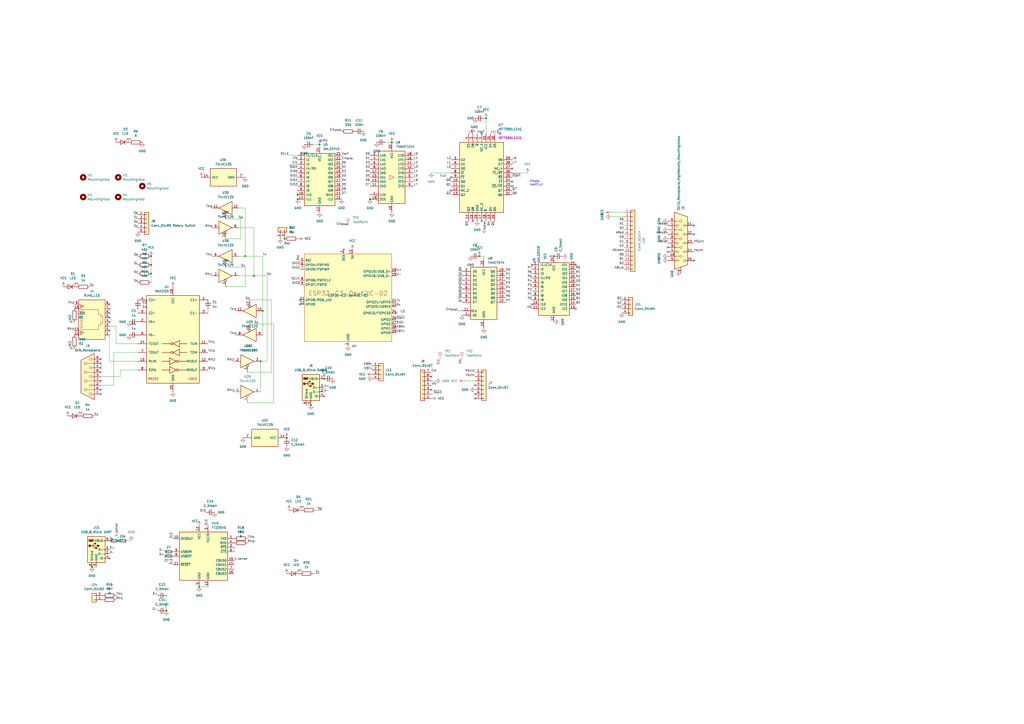
<source format=kicad_sch>
(kicad_sch (version 20230121) (generator eeschema)
  (paper "A2")
  (junction (at 166.37 254))
  (junction (at 152.4 180.34))
  (junction (at 278.13 148.59))
  (junction (at 115.57 340.36))
  (junction (at 87.63 158.75))
  (junction (at 187.96 219.71))
  (junction (at 180.34 234.95))
  (junction (at 53.34 328.93))
  (junction (at 281.94 68.58))
  (junction (at 87.63 148.59))
  (junction (at 68.58 313.69))
  (junction (at 321.31 148.59))
  (junction (at 172.72 115.57))
  (junction (at 214.63 115.57))
  (junction (at 147.32 160.02))
  (junction (at 96.52 354.33))
  (junction (at 172.72 113.03))
  (junction (at 142.24 148.59))
  (junction (at 151.13 209.55))
  (junction (at 87.63 153.67))
  (junction (at 165.1 138.43))
  (junction (at 185.42 83.82))
  (junction (at 227.33 82.55))
  (no_connect (at 58.42 226.06))
  (no_connect (at 334.01 153.67))
  (no_connect (at 58.42 228.6))
  (no_connect (at 334.01 179.07))
  (no_connect (at 63.5 181.61))
  (no_connect (at 63.5 186.69))
  (no_connect (at 275.59 231.14))
  (no_connect (at 275.59 228.6))
  (no_connect (at 402.59 135.89))
  (no_connect (at 63.5 191.77))
  (no_connect (at 63.5 184.15))
  (no_connect (at 58.42 215.9))
  (no_connect (at 387.35 143.51))
  (no_connect (at 297.18 105.41))
  (no_connect (at 173.99 176.53))
  (no_connect (at 279.4 77.47))
  (no_connect (at 279.4 128.27))
  (no_connect (at 58.42 210.82))
  (no_connect (at 274.32 128.27))
  (no_connect (at 261.62 102.87))
  (no_connect (at 199.39 144.78))
  (no_connect (at 250.19 226.06))
  (no_connect (at 58.42 213.36))
  (no_connect (at 297.18 97.79))
  (no_connect (at 187.96 229.87))
  (no_connect (at 261.62 110.49))
  (no_connect (at 402.59 151.13))
  (no_connect (at 387.35 146.05))
  (no_connect (at 63.5 179.07))
  (no_connect (at 58.42 220.98))
  (no_connect (at 275.59 223.52))
  (no_connect (at 173.99 173.99))
  (no_connect (at 63.5 176.53))
  (no_connect (at 308.61 176.53))
  (no_connect (at 297.18 107.95))
  (no_connect (at 250.19 218.44))
  (no_connect (at 63.5 323.85))
  (no_connect (at 308.61 153.67))
  (no_connect (at 58.42 208.28))
  (no_connect (at 229.87 181.61))
  (no_connect (at 402.59 130.81))
  (wire (pts (xy 130.81 127) (xy 139.7 127)))
  (wire (pts (xy 139.7 138.43) (xy 130.81 138.43)))
  (wire (pts (xy 297.18 100.33) (xy 306.07 100.33)))
  (wire (pts (xy 147.32 160.02) (xy 147.32 132.08)))
  (wire (pts (xy 80.01 209.55) (xy 63.5 209.55)))
  (wire (pts (xy 67.31 189.23) (xy 63.5 189.23)))
  (wire (pts (xy 115.57 340.36) (xy 120.65 340.36)))
  (wire (pts (xy 280.67 148.59) (xy 280.67 149.86)))
  (wire (pts (xy 250.19 100.33) (xy 261.62 100.33)))
  (wire (pts (xy 69.85 214.63) (xy 69.85 218.44)))
  (wire (pts (xy 158.75 233.68) (xy 158.75 187.96)))
  (wire (pts (xy 142.24 120.65) (xy 138.43 120.65)))
  (wire (pts (xy 181.61 83.82) (xy 185.42 83.82)))
  (wire (pts (xy 154.94 209.55) (xy 154.94 160.02)))
  (wire (pts (xy 223.52 82.55) (xy 227.33 82.55)))
  (wire (pts (xy 172.72 113.03) (xy 172.72 115.57)))
  (wire (pts (xy 181.61 332.74) (xy 185.42 332.74)))
  (wire (pts (xy 265.43 180.34) (xy 267.97 180.34)))
  (wire (pts (xy 80.01 204.47) (xy 66.04 204.47)))
  (wire (pts (xy 67.31 199.39) (xy 67.31 189.23)))
  (wire (pts (xy 130.81 166.37) (xy 142.24 166.37)))
  (wire (pts (xy 53.34 328.93) (xy 55.88 328.93)))
  (wire (pts (xy 151.13 209.55) (xy 151.13 227.33)))
  (wire (pts (xy 138.43 148.59) (xy 142.24 148.59)))
  (wire (pts (xy 157.48 173.99) (xy 144.78 173.99)))
  (wire (pts (xy 154.94 160.02) (xy 147.32 160.02)))
  (wire (pts (xy 142.24 148.59) (xy 142.24 120.65)))
  (wire (pts (xy 172.72 110.49) (xy 172.72 113.03)))
  (wire (pts (xy 185.42 83.82) (xy 185.42 85.09)))
  (wire (pts (xy 157.48 215.9) (xy 157.48 173.99)))
  (wire (pts (xy 66.04 204.47) (xy 66.04 223.52)))
  (wire (pts (xy 96.52 345.44) (xy 96.52 354.33)))
  (wire (pts (xy 182.88 295.91) (xy 186.69 295.91)))
  (wire (pts (xy 80.01 179.07) (xy 80.01 181.61)))
  (wire (pts (xy 120.65 179.07) (xy 120.65 181.61)))
  (wire (pts (xy 87.63 148.59) (xy 87.63 153.67)))
  (wire (pts (xy 177.8 234.95) (xy 180.34 234.95)))
  (wire (pts (xy 63.5 209.55) (xy 63.5 194.31)))
  (wire (pts (xy 143.51 215.9) (xy 157.48 215.9)))
  (wire (pts (xy 66.04 223.52) (xy 58.42 223.52)))
  (wire (pts (xy 87.63 153.67) (xy 87.63 158.75)))
  (wire (pts (xy 250.19 228.6) (xy 251.46 228.6)))
  (wire (pts (xy 80.01 214.63) (xy 69.85 214.63)))
  (wire (pts (xy 139.7 127) (xy 139.7 138.43)))
  (wire (pts (xy 167.64 90.17) (xy 172.72 90.17)))
  (wire (pts (xy 158.75 187.96) (xy 144.78 187.96)))
  (wire (pts (xy 165.1 138.43) (xy 165.1 142.24)))
  (wire (pts (xy 152.4 180.34) (xy 152.4 148.59)))
  (wire (pts (xy 143.51 233.68) (xy 158.75 233.68)))
  (wire (pts (xy 68.58 311.15) (xy 68.58 313.69)))
  (wire (pts (xy 73.66 313.69) (xy 76.2 313.69)))
  (wire (pts (xy 147.32 132.08) (xy 138.43 132.08)))
  (wire (pts (xy 214.63 113.03) (xy 214.63 115.57)))
  (wire (pts (xy 151.13 209.55) (xy 154.94 209.55)))
  (wire (pts (xy 142.24 154.94) (xy 130.81 154.94)))
  (wire (pts (xy 135.89 317.5) (xy 135.89 320.04)))
  (wire (pts (xy 69.85 218.44) (xy 58.42 218.44)))
  (wire (pts (xy 281.94 68.58) (xy 281.94 77.47)))
  (wire (pts (xy 152.4 148.59) (xy 142.24 148.59)))
  (wire (pts (xy 87.63 158.75) (xy 87.63 163.83)))
  (wire (pts (xy 250.19 220.98) (xy 252.73 220.98)))
  (wire (pts (xy 280.67 68.58) (xy 281.94 68.58)))
  (wire (pts (xy 361.95 125.73) (xy 354.33 125.73)))
  (wire (pts (xy 138.43 160.02) (xy 147.32 160.02)))
  (wire (pts (xy 152.4 180.34) (xy 152.4 194.31)))
  (wire (pts (xy 80.01 199.39) (xy 67.31 199.39)))
  (wire (pts (xy 278.13 148.59) (xy 280.67 148.59)))
  (wire (pts (xy 269.24 220.98) (xy 275.59 220.98)))
  (wire (pts (xy 142.24 166.37) (xy 142.24 154.94)))
  (wire (pts (xy 361.95 123.19) (xy 354.33 123.19)))
  (text "CS" (at 232.41 181.61 0) (effects (font (size 1.27 1.27)) (justify left bottom)))
  (text "Empty\nHalfFull" (at 307.34 107.95 0) (effects (font (size 1.27 1.27)) (justify left bottom)))
  (text "SIPO" (at 185.42 82.55 0) (effects (font (size 1.27 1.27)) (justify left bottom)))
  (text "Full\n" (at 255.27 102.87 0) (effects (font (size 1.27 1.27)) (justify left bottom)))
  (label "B2" (at 334.01 176.53 0))
  (label "RXI_{2}" (at 43.18 191.77 180))
  (label "Q4" (at 284.48 128.27 270))
  (label "Clk" (at 255.27 208.28 270))
  (label "HSync" (at 275.59 215.9 180))
  (label "S_{2}" (at 52.07 166.37 0))
  (label "S_{0}" (at 138.43 127 0))
  (label "RXI_{3}" (at 135.89 227.33 180))
  (label "L3" (at 271.78 77.47 0))
  (label "TXI_{2}" (at 43.18 176.53 180))
  (label "ARed" (at 361.95 135.89 180))
  (label "Vis" (at 172.72 92.71 180))
  (label "L6" (at 240.03 105.41 0))
  (label "Clk" (at 250.19 215.9 0))
  (label "D2" (at 198.12 100.33 0))
  (label "U+" (at 229.87 157.48 0))
  (label "G1" (at 334.01 166.37 0))
  (label "D2" (at 214.63 95.25 180))
  (label "R1" (at 361.95 130.81 180))
  (label "P2" (at 308.61 168.91 180))
  (label "HSync" (at 402.59 140.97 0))
  (label "D1" (at 214.63 92.71 180))
  (label "TXI_{1}" (at 123.19 148.59 180))
  (label "TXI_{0}" (at 143.51 312.42 0))
  (label "ABlue" (at 387.35 140.97 180))
  (label "L3" (at 240.03 97.79 0))
  (label "3v3" (at 119.38 297.18 180))
  (label "TXI_{3}" (at 137.16 194.31 180))
  (label "Tx" (at 152.4 148.59 0))
  (label "RXI_{2}" (at 135.89 209.55 180))
  (label "L1" (at 240.03 92.71 0))
  (label "R2" (at 334.01 161.29 0))
  (label "D5" (at 198.12 107.95 0))
  (label "S_{1}" (at 80.01 127 180))
  (label "G0" (at 334.01 163.83 0))
  (label "Vis" (at 250.19 223.52 0))
  (label "D4" (at 214.63 100.33 180))
  (label "U+" (at 187.96 224.79 0))
  (label "Q6" (at 267.97 172.72 90))
  (label "B2" (at 361.95 153.67 180))
  (label "L4" (at 284.48 77.47 0))
  (label "Tx" (at 229.87 175.26 0))
  (label "D-" (at 63.5 321.31 0))
  (label "KBTx" (at 229.87 193.04 0))
  (label "RXI_{0}" (at 143.51 314.96 0))
  (label "R0" (at 361.95 128.27 180))
  (label "G2" (at 361.95 143.51 180))
  (label "S_{2}" (at 80.01 158.75 180))
  (label "B1" (at 361.95 151.13 180))
  (label "L4" (at 240.03 100.33 0))
  (label "Q5" (at 267.97 170.18 90))
  (label "SIO3" (at 172.72 107.95 180))
  (label "D7" (at 214.63 107.95 180))
  (label "P0" (at 308.61 173.99 180))
  (label "P1" (at 308.61 171.45 180))
  (label "S_{2}" (at 144.78 173.99 180))
  (label "3v3" (at 120.65 304.8 90))
  (label "P3" (at 308.61 166.37 180))
  (label "Rx" (at 154.94 160.02 0))
  (label "Clk_{pixel}" (at 281.94 128.27 270))
  (label "Q5" (at 287.02 128.27 270))
  (label "R0" (at 334.01 156.21 0))
  (label "AGreen" (at 361.95 146.05 180))
  (label "L1" (at 261.62 95.25 180))
  (label "R1" (at 334.01 158.75 0))
  (label "Q2" (at 261.62 113.03 180))
  (label "Vis" (at 267.97 208.28 270))
  (label "S_{0}" (at 80.01 148.59 180))
  (label "P7" (at 308.61 156.21 180))
  (label "SIO1" (at 172.72 102.87 180))
  (label "B2" (at 360.68 173.99 180))
  (label "SIO3" (at 173.99 153.67 180))
  (label "Clk_{pixel}" (at 201.93 130.81 180))
  (label "SCLK" (at 167.64 90.17 180))
  (label "TXI_{1}" (at 67.31 345.44 0))
  (label "S_{0}" (at 186.69 295.91 180))
  (label "Q3" (at 267.97 165.1 90))
  (label "Half" (at 198.12 90.17 0))
  (label "S_{0}" (at 80.01 124.46 180))
  (label "Q7" (at 267.97 175.26 90))
  (label "L7" (at 297.18 95.25 0))
  (label "SIO1" (at 229.87 187.96 0))
  (label "SIO2" (at 172.72 105.41 180))
  (label "D+" (at 95.25 322.58 180))
  (label "L2" (at 261.62 92.71 180))
  (label "V_sense" (at 135.89 325.12 0))
  (label "SIO0" (at 172.72 100.33 180))
  (label "B0" (at 361.95 148.59 180))
  (label "L0" (at 261.62 97.79 180))
  (label "U-" (at 229.87 160.02 0))
  (label "Vis" (at 308.61 179.07 180))
  (label "D0" (at 214.63 90.17 180))
  (label "R2" (at 361.95 133.35 180))
  (label "P4" (at 293.37 167.64 0))
  (label "D-" (at 91.44 354.33 180))
  (label "G2" (at 334.01 168.91 0))
  (label "L6" (at 297.18 92.71 0))
  (label "L7" (at 240.03 107.95 0))
  (label "~{Start}" (at 172.72 97.79 180))
  (label "S_{3}" (at 54.61 241.3 0))
  (label "P2" (at 293.37 162.56 0))
  (label "Vsync" (at 402.59 146.05 0))
  (label "Rst" (at 173.99 151.13 90))
  (label "S_{1}" (at 185.42 332.74 180))
  (label "D5" (at 214.63 102.87 180))
  (label "D-" (at 95.25 320.04 180))
  (label "RXI_{2}" (at 120.65 209.55 0))
  (label "SCLK" (at 173.99 162.56 180))
  (label "L0" (at 240.03 90.17 0))
  (label "ABlue" (at 361.95 156.21 180))
  (label "Q4" (at 267.97 167.64 90))
  (label "Half" (at 276.86 77.47 0))
  (label "Q1" (at 267.97 160.02 90))
  (label "S_{1}" (at 142.24 154.94 180))
  (label "P1" (at 293.37 160.02 0))
  (label "V_sense" (at 68.58 311.15 90))
  (label "Q2" (at 267.97 162.56 90))
  (label "D+" (at 91.44 345.44 180))
  (label "AGreen" (at 387.35 135.89 180))
  (label "L2" (at 240.03 95.25 0))
  (label "P6" (at 308.61 158.75 180))
  (label "B1" (at 334.01 173.99 0))
  (label "TXI_{2}" (at 120.65 199.39 0))
  (label "TXI_{0}" (at 123.19 120.65 180))
  (label "D1" (at 198.12 97.79 0))
  (label "Q1" (at 261.62 107.95 180))
  (label "Rx" (at 229.87 177.8 0))
  (label "3v3" (at 100.33 327.66 90))
  (label "Clk_{pixel}" (at 265.43 180.34 180))
  (label "P5" (at 293.37 170.18 0))
  (label "L5" (at 240.03 102.87 0))
  (label "KBTx" (at 215.9 214.63 180))
  (label "Rst" (at 165.1 142.24 0))
  (label "P3" (at 293.37 165.1 0))
  (label "D3" (at 198.12 102.87 0))
  (label "KBRx" (at 215.9 212.09 180))
  (label "~{Start}" (at 251.46 228.6 0))
  (label "P0" (at 293.37 157.48 0))
  (label "Q0" (at 261.62 105.41 180))
  (label "D6" (at 214.63 105.41 180))
  (label "Vsync" (at 275.59 218.44 180))
  (label "S_{1}" (at 80.01 153.67 180))
  (label "SIO2" (at 173.99 156.21 180))
  (label "P4" (at 308.61 163.83 180))
  (label "S_{3}" (at 80.01 132.08 180))
  (label "D7" (at 198.12 113.03 0))
  (label "Clk_{pixel}" (at 198.12 92.71 0))
  (label "D4" (at 198.12 105.41 0))
  (label "RXI_{1}" (at 67.31 347.98 0))
  (label "Q6" (at 297.18 113.03 0))
  (label "3v3" (at 100.33 312.42 90))
  (label "P7" (at 293.37 175.26 0))
  (label "S_{3}" (at 149.86 187.96 180))
  (label "L5" (at 287.02 77.47 0))
  (label "RXI_{1}" (at 123.19 160.02 180))
  (label "G1" (at 361.95 140.97 180))
  (label "P5" (at 308.61 161.29 180))
  (label "R2" (at 360.68 179.07 180))
  (label "SIO0" (at 173.99 165.1 180))
  (label "D+" (at 63.5 318.77 0))
  (label "D0" (at 198.12 95.25 0))
  (label "RXI_{3}" (at 120.65 214.63 0))
  (label "U-" (at 187.96 227.33 0))
  (label "TXI_{3}" (at 120.65 204.47 0))
  (label "TXI_{2}" (at 137.16 180.34 180))
  (label "S_{2}" (at 80.01 129.54 180))
  (label "B0" (at 334.01 171.45 0))
  (label "Q3" (at 271.78 128.27 270))
  (label "~{Start}" (at 229.87 185.42 0))
  (label "G0" (at 361.95 138.43 180))
  (label "G2" (at 360.68 176.53 180))
  (label "Q7" (at 297.18 110.49 0))
  (label "KBRx" (at 229.87 190.5 0))
  (label "S_{3}" (at 80.01 163.83 180))
  (label "ARed" (at 387.35 130.81 180))
  (label "Q0" (at 267.97 157.48 90))
  (label "Clk_{pixel}" (at 198.12 76.2 180))
  (label "D3" (at 214.63 97.79 180))
  (label "P6" (at 293.37 172.72 0))
  (label "D6" (at 198.12 110.49 0))
  (label "Clk" (at 172.72 95.25 180))
  (label "~{Start}" (at 297.18 102.87 0))
  (label "RXI_{0}" (at 123.19 132.08 180))
  (symbol (lib_id "Device:C_Small") (at 80.01 176.53 180) (unit 1)
    (property "Reference" "C2" (at 82.55 175.2536 0) (effects (justify right)))
    (property "Value" "1u" (at 82.55 177.7936 0) (effects (justify right)))
    (property "Footprint" "Capacitor_SMD:C_0805_2012Metric_Pad1.18x1.45mm_HandSolder" (effects hide))
  )
  (symbol (lib_id "74xx:74AHCT244") (at 227.33 102.87 0) (unit 1)
    (property "Reference" "U6" (at 229.5241 82.55 0) (effects (justify left)))
    (property "Value" "74AHCT244" (at 229.5241 85.09 0) (effects (justify left)))
    (property "Footprint" "Package_SO:TSSOP-20_4.4x6.5mm_P0.65mm" (effects hide))
    (property "Datasheet" "https://assets.nexperia.com/documents/data-sheet/74AHC_AHCT244.pdf" (effects hide))
    (property "Product" "https://www.mouser.com/ProductDetail/Toshiba/74VHCT244AFT?qs=j%252B1pi9TdxUZ3ko%252BkOnpcOg%3D%3D" (effects hide))
  )
  (symbol (lib_id "74xx:74LVC125") (at 144.78 180.34 180) (unit 4)
    (property "Reference" "U2" (at 144.78 186.69 0))
    (property "Value" "74LVC125" (at 144.78 189.23 0))
    (property "Footprint" "Package_SO:TSSOP-14_4.4x5mm_P0.65mm" (effects hide))
    (property "Datasheet" "http://www.ti.com/lit/gpn/sn74LVC125" (effects hide))
  )
  (symbol (lib_id "power:GND") (at 115.57 340.36 0) (mirror y) (unit 1)
    (property "Reference" "#PWR069" (effects hide))
    (property "Value" "GND" (at 115.57 345.44 0))
  )
  (symbol (lib_id "power:VCC") (at 166.37 254 0) (unit 1)
    (property "Reference" "#PWR033" (effects hide))
    (property "Value" "VCC" (at 166.37 248.92 0))
  )
  (symbol (lib_id "74xx:74LVC125") (at 129.54 102.87 90) (unit 5)
    (property "Reference" "U3" (at 129.54 92.71 90))
    (property "Value" "74LVC125" (at 129.54 95.25 90))
    (property "Footprint" "Package_SO:TSSOP-14_4.4x5mm_P0.65mm" (effects hide))
    (property "Datasheet" "http://www.ti.com/lit/gpn/sn74LVC125" (effects hide))
  )
  (symbol (lib_id "Device:R") (at 83.82 158.75 90) (unit 1)
    (property "Reference" "R9" (at 83.82 152.4 90))
    (property "Value" "40k" (at 83.82 154.94 90))
    (property "Footprint" "Resistor_SMD:R_0805_2012Metric_Pad1.20x1.40mm_HandSolder" (effects hide))
  )
  (symbol (lib_id "Device:R") (at 139.7 314.96 90) (unit 1)
    (property "Reference" "R19" (at 139.7 308.61 90))
    (property "Value" "R" (at 139.7 311.15 90))
    (property "Footprint" "Resistor_SMD:R_0805_2012Metric_Pad1.20x1.40mm_HandSolder" (effects hide))
  )
  (symbol (lib_id "Connector_Generic:Conn_01x04") (at 365.76 176.53 0) (unit 1)
    (property "Reference" "J11" (at 368.3 176.53 0) (effects (justify left)))
    (property "Value" "Conn_01x04" (at 368.3 179.07 0) (effects (justify left)))
    (property "Footprint" "Connector_Molex:Molex_PicoBlade_53261-0471_1x04-1MP_P1.25mm_Horizontal" (effects hide))
  )
  (symbol (lib_id "Device:R") (at 83.82 153.67 90) (unit 1)
    (property "Reference" "R8" (at 83.82 147.32 90))
    (property "Value" "40k" (at 83.82 149.86 90))
    (property "Footprint" "Resistor_SMD:R_0805_2012Metric_Pad1.20x1.40mm_HandSolder" (effects hide))
  )
  (symbol (lib_id "Device:C_Small") (at 93.98 354.33 90) (unit 1)
    (property "Reference" "C14" (at 93.9863 347.98 90))
    (property "Value" "C_Small" (at 93.9863 350.52 90))
    (property "Footprint" "Capacitor_SMD:C_0805_2012Metric_Pad1.18x1.45mm_HandSolder" (effects hide))
  )
  (symbol (lib_id "power:GND") (at 185.42 123.19 0) (unit 1)
    (property "Reference" "#PWR012" (effects hide))
    (property "Value" "GND" (at 185.42 128.27 0))
  )
  (symbol (lib_id "Device:R_Small") (at 71.12 313.69 90) (unit 1)
    (property "Reference" "R13" (at 71.12 313.69 90))
    (property "Value" "10k" (at 71.12 311.15 90))
    (property "Footprint" "Resistor_SMD:R_0805_2012Metric_Pad1.20x1.40mm_HandSolder" (effects hide))
  )
  (symbol (lib_id "power:VCC") (at 185.42 83.82 0) (unit 1)
    (property "Reference" "#PWR011" (effects hide))
    (property "Value" "VCC" (at 185.42 78.74 0))
  )
  (symbol (lib_id "Device:R") (at 179.07 295.91 90) (unit 1)
    (property "Reference" "R21" (at 179.07 289.56 90))
    (property "Value" "1k" (at 179.07 292.1 90))
    (property "Footprint" "Resistor_SMD:R_0805_2012Metric_Pad1.20x1.40mm_HandSolder" (effects hide))
  )
  (symbol (lib_id "74xx:74LVC125") (at 130.81 148.59 0) (mirror y) (unit 2)
    (property "Reference" "U3" (at 130.81 139.7 0))
    (property "Value" "74LVC125" (at 130.81 142.24 0))
    (property "Footprint" "Package_SO:TSSOP-14_4.4x5mm_P0.65mm" (effects hide))
    (property "Datasheet" "http://www.ti.com/lit/gpn/sn74LVC125" (effects hide))
  )
  (symbol (lib_id "power:VCC") (at 43.18 186.69 90) (unit 1)
    (property "Reference" "#PWR02" (effects hide))
    (property "Value" "VCC" (at 40.64 184.15 0))
  )
  (symbol (lib_id "Connector:TestPoint") (at 201.93 130.81 0) (unit 1)
    (property "Reference" "TP3" (at 204.47 126.238 0) (effects (justify left)))
    (property "Value" "TestPoint" (at 204.47 128.778 0) (effects (justify left)))
    (property "Footprint" "TestPoint:TestPoint_THTPad_1.5x1.5mm_Drill0.7mm" (effects hide))
  )
  (symbol (lib_id "power:GND") (at 140.97 254 0) (mirror y) (unit 1)
    (property "Reference" "#PWR032" (effects hide))
    (property "Value" "GND" (at 140.97 259.08 0))
  )
  (symbol (lib_id "Mechanical:MountingHole") (at 48.26 102.87 0) (unit 1)
    (property "Reference" "H1" (at 50.8 101.6 0) (effects (justify left)))
    (property "Value" "MountingHole" (at 50.8 104.14 0) (effects (justify left)))
    (property "Footprint" "MountingHole:MountingHole_2.2mm_M2_ISO7380" (effects hide))
  )
  (symbol (lib_id "Device:LED") (at 40.64 166.37 180) (unit 1)
    (property "Reference" "D1" (at 42.2275 158.75 0))
    (property "Value" "LED" (at 42.2275 161.29 0))
    (property "Footprint" "LED_THT:LED_D1.8mm_W1.8mm_H2.4mm_Horizontal_O1.27mm_Z1.6mm" (effects hide))
  )
  (symbol (lib_id "power:GND") (at 193.04 219.71 0) (unit 1)
    (property "Reference" "#PWR056" (effects hide))
    (property "Value" "GND" (at 193.04 224.79 0))
  )
  (symbol (lib_id "power:VCC") (at 166.37 332.74 0) (unit 1)
    (property "Reference" "#PWR071" (effects hide))
    (property "Value" "VCC" (at 166.37 327.66 0))
  )
  (symbol (lib_id "power:GND") (at 82.55 82.55 0) (unit 1)
    (property "Reference" "#PWR061" (effects hide))
    (property "Value" "GND" (at 82.55 87.63 0))
  )
  (symbol (lib_id "power:GND") (at 210.82 76.2 0) (unit 1)
    (property "Reference" "#PWR063" (effects hide))
    (property "Value" "GND" (at 210.82 81.28 0))
  )
  (symbol (lib_id "Device:C_Small") (at 166.37 256.54 0) (unit 1)
    (property "Reference" "C12" (at 168.91 255.2763 0) (effects (justify left)))
    (property "Value" "C_Small" (at 168.91 257.8163 0) (effects (justify left)))
    (property "Footprint" "Capacitor_SMD:C_0805_2012Metric_Pad1.18x1.45mm_HandSolder" (effects hide))
  )
  (symbol (lib_id "Device:R_Small") (at 97.79 320.04 90) (unit 1)
    (property "Reference" "R14" (at 97.79 320.04 90))
    (property "Value" "27" (at 97.79 317.5 90))
    (property "Footprint" "Resistor_SMD:R_0805_2012Metric_Pad1.20x1.40mm_HandSolder" (effects hide))
  )
  (symbol (lib_id "Device:R") (at 177.8 332.74 90) (unit 1)
    (property "Reference" "R20" (at 177.8 326.39 90))
    (property "Value" "1k" (at 177.8 328.93 90))
    (property "Footprint" "Resistor_SMD:R_0805_2012Metric_Pad1.20x1.40mm_HandSolder" (effects hide))
  )
  (symbol (lib_id "Connector_Generic:Conn_01x14") (at 367.03 138.43 0) (unit 1)
    (property "Reference" "J10" (at 373.38 139.7 90))
    (property "Value" "Conn_01x14" (at 370.84 139.7 90))
    (property "Footprint" "Connector_PinSocket_2.54mm:PinSocket_1x14_P2.54mm_Vertical_SMD_Pin1Left" (effects hide))
  )
  (symbol (lib_id "Device:R") (at 63.5 345.44 90) (unit 1)
    (property "Reference" "R16" (at 63.5 339.09 90))
    (property "Value" "R" (at 63.5 341.63 90))
    (property "Footprint" "Resistor_SMD:R_0805_2012Metric_Pad1.20x1.40mm_HandSolder" (effects hide))
  )
  (symbol (lib_id "power:VCC") (at 281.94 68.58 0) (unit 1)
    (property "Reference" "#PWR037" (effects hide))
    (property "Value" "VCC" (at 281.94 63.5 0))
  )
  (symbol (lib_id "power:VCC") (at 116.84 102.87 0) (unit 1)
    (property "Reference" "#PWR034" (effects hide))
    (property "Value" "VCC" (at 116.84 97.79 0))
  )
  (symbol (lib_id "Device:C_Small") (at 278.13 68.58 90) (unit 1)
    (property "Reference" "C7" (at 278.1363 62.23 90))
    (property "Value" "100nF" (at 278.1363 64.77 90))
    (property "Footprint" "Capacitor_SMD:C_0805_2012Metric_Pad1.18x1.45mm_HandSolder" (effects hide))
    (property "Product" "https://www.mouser.com/ProductDetail/Samsung-Electro-Mechanics/CL10B104KA85PNC?qs=xZ%2FP%252Ba9zWqabsWCtlKJ0Xw%3D%3D" (effects hide))
  )
  (symbol (lib_id "power:GND") (at 360.68 181.61 0) (unit 1)
    (property "Reference" "#PWR057" (effects hide))
    (property "Value" "GND" (at 360.68 186.69 0))
  )
  (symbol (lib_id "power:GND") (at 166.37 259.08 0) (unit 1)
    (property "Reference" "#PWR064" (effects hide))
    (property "Value" "GND" (at 166.37 264.16 0))
  )
  (symbol (lib_id "Connector:TestPoint") (at 255.27 208.28 0) (unit 1)
    (property "Reference" "TP1" (at 257.81 203.708 0) (effects (justify left)))
    (property "Value" "TestPoint" (at 257.81 206.248 0) (effects (justify left)))
    (property "Footprint" "TestPoint:TestPoint_THTPad_1.5x1.5mm_Drill0.7mm" (effects hide))
  )
  (symbol (lib_id "power:VCC") (at 204.47 144.78 0) (unit 1)
    (property "Reference" "#PWR07" (effects hide))
    (property "Value" "VCC" (at 204.47 139.7 0))
  )
  (symbol (lib_id "Connector_Generic:Conn_01x07") (at 280.67 223.52 0) (unit 1)
    (property "Reference" "J7" (at 283.21 222.25 0) (effects (justify left)))
    (property "Value" "Conn_01x07" (at 283.21 224.79 0) (effects (justify left)))
    (property "Footprint" "Connector_PinSocket_2.54mm:PinSocket_1x07_P2.54mm_Vertical" (effects hide))
  )
  (symbol (lib_id "74xx:74LVC125") (at 130.81 120.65 0) (mirror y) (unit 4)
    (property "Reference" "U3" (at 130.81 111.76 0))
    (property "Value" "74LVC125" (at 130.81 114.3 0))
    (property "Footprint" "Package_SO:TSSOP-14_4.4x5mm_P0.65mm" (effects hide))
    (property "Datasheet" "http://www.ti.com/lit/gpn/sn74LVC125" (effects hide))
  )
  (symbol (lib_id "Device:R") (at 78.74 82.55 90) (unit 1)
    (property "Reference" "R6" (at 78.74 76.2 90))
    (property "Value" "R" (at 78.74 78.74 90))
    (property "Footprint" "Resistor_SMD:R_0805_2012Metric_Pad1.20x1.40mm_HandSolder" (effects hide))
  )
  (symbol (lib_id "power:GND") (at 387.35 133.35 270) (unit 1)
    (property "Reference" "#PWR049" (effects hide))
    (property "Value" "GND" (at 382.27 133.35 0))
  )
  (symbol (lib_id "Mechanical:MountingHole") (at 68.58 114.3 0) (unit 1)
    (property "Reference" "H4" (at 71.12 113.03 0) (effects (justify left)))
    (property "Value" "MountingHole" (at 71.12 115.57 0) (effects (justify left)))
    (property "Footprint" "MountingHole:MountingHole_2.2mm_M2_ISO7380" (effects hide))
  )
  (symbol (lib_id "power:VCC") (at 167.64 295.91 0) (unit 1)
    (property "Reference" "#PWR072" (effects hide))
    (property "Value" "VCC" (at 167.64 290.83 0))
  )
  (symbol (lib_id "Device:R") (at 43.18 182.88 0) (mirror x) (unit 1)
    (property "Reference" "R1" (at 45.72 184.15 0) (effects (justify left)))
    (property "Value" "330" (at 45.72 181.61 0) (effects (justify left)))
    (property "Footprint" "Resistor_SMD:R_0805_2012Metric_Pad1.20x1.40mm_HandSolder" (effects hide))
  )
  (symbol (lib_id "power:VCC") (at 115.57 304.8 0) (mirror y) (unit 1)
    (property "Reference" "#PWR068" (effects hide))
    (property "Value" "VCC" (at 113.03 302.26 0))
  )
  (symbol (lib_id "Device:R") (at 83.82 148.59 90) (unit 1)
    (property "Reference" "R7" (at 83.82 142.24 90))
    (property "Value" "40k" (at 83.82 144.78 90))
    (property "Footprint" "Resistor_SMD:R_0805_2012Metric_Pad1.20x1.40mm_HandSolder" (effects hide))
  )
  (symbol (lib_id "Connector_Generic:Conn_01x04") (at 220.98 214.63 0) (unit 1)
    (property "Reference" "J13" (at 223.52 214.63 0) (effects (justify left)))
    (property "Value" "Conn_01x04" (at 223.52 217.17 0) (effects (justify left)))
    (property "Footprint" "Connector_Molex:Molex_PicoBlade_53261-0471_1x04-1MP_P1.25mm_Horizontal" (effects hide))
  )
  (symbol (lib_id "Device:C_Small") (at 323.85 148.59 90) (unit 1)
    (property "Reference" "C9" (at 322.5863 146.05 0) (effects (justify left)))
    (property "Value" "C_Small" (at 325.1263 146.05 0) (effects (justify left)))
    (property "Footprint" "Capacitor_SMD:C_0805_2012Metric_Pad1.18x1.45mm_HandSolder" (effects hide))
  )
  (symbol (lib_id "power:GND") (at 326.39 148.59 90) (unit 1)
    (property "Reference" "#PWR045" (effects hide))
    (property "Value" "GND" (at 331.47 148.59 0))
  )
  (symbol (lib_id "power:GND") (at 387.35 138.43 270) (unit 1)
    (property "Reference" "#PWR050" (effects hide))
    (property "Value" "GND" (at 382.27 138.43 0))
  )
  (symbol (lib_id "power:VCC") (at 354.33 123.19 90) (unit 1)
    (property "Reference" "#PWR046" (effects hide))
    (property "Value" "VCC" (at 349.25 123.19 0))
  )
  (symbol (lib_id "power:VCC") (at 269.24 220.98 90) (unit 1)
    (property "Reference" "#PWR025" (effects hide))
    (property "Value" "VCC" (at 265.43 220.98 90) (effects (justify left)))
  )
  (symbol (lib_id "Device:LED") (at 71.12 82.55 180) (unit 1)
    (property "Reference" "D3" (at 72.7075 74.93 0))
    (property "Value" "LED" (at 72.7075 77.47 0))
    (property "Footprint" "LED_SMD:LED_0805_2012Metric_Pad1.15x1.40mm_HandSolder" (effects hide))
  )
  (symbol (lib_id "power:GND") (at 172.72 115.57 0) (unit 1)
    (property "Reference" "#PWR09" (effects hide))
    (property "Value" "GND" (at 172.72 120.65 0))
  )
  (symbol (lib_id "Connector:DE15_Receptacle_HighDensity_MountingHoles") (at 394.97 140.97 0) (unit 1)
    (property "Reference" "J5" (at 396.24 121.92 90) (effects (justify left)))
    (property "Value" "DE15_Receptacle_HighDensity_MountingHoles" (at 393.7 121.92 90) (effects (justify left)))
    (property "Footprint" "local:DSUB-15-HD_Female_Horizontal_P2.29x2.54mm_EdgePinOffset8.35mm_Housed_MountingHolesOffset10.89mm" (effects hide))
    (property "Datasheet" " ~" (effects hide))
  )
  (symbol (lib_id "power:VCC") (at 172.72 138.43 270) (unit 1)
    (property "Reference" "#PWR055" (effects hide))
    (property "Value" "VCC" (at 176.53 138.4299 90) (effects (justify left)))
  )
  (symbol (lib_id "74xx:74LVC125") (at 143.51 209.55 0) (unit 1)
    (property "Reference" "U2" (at 143.51 200.66 0))
    (property "Value" "74LVC125" (at 143.51 203.2 0))
    (property "Footprint" "Package_SO:TSSOP-14_4.4x5mm_P0.65mm" (effects hide))
    (property "Datasheet" "http://www.ti.com/lit/gpn/sn74LVC125" (effects hide))
  )
  (symbol (lib_id "power:GND") (at 387.35 151.13 270) (unit 1)
    (property "Reference" "#PWR052" (effects hide))
    (property "Value" "GND" (at 382.27 151.13 0))
  )
  (symbol (lib_id "power:GND") (at 96.52 354.33 0) (mirror y) (unit 1)
    (property "Reference" "#PWR067" (effects hide))
    (property "Value" "GND" (at 96.52 359.41 0))
  )
  (symbol (lib_id "power:GND") (at 214.63 115.57 0) (unit 1)
    (property "Reference" "#PWR014" (effects hide))
    (property "Value" "GND" (at 214.63 120.65 0))
  )
  (symbol (lib_id "power:GND") (at 176.53 83.82 0) (unit 1)
    (property "Reference" "#PWR010" (effects hide))
    (property "Value" "GND" (at 176.53 88.9 0))
  )
  (symbol (lib_id "power:GND") (at 387.35 128.27 270) (unit 1)
    (property "Reference" "#PWR048" (effects hide))
    (property "Value" "GND" (at 382.27 128.27 0))
  )
  (symbol (lib_id "power:VCC") (at 187.96 219.71 0) (unit 1)
    (property "Reference" "#PWR023" (effects hide))
    (property "Value" "VCC" (at 187.96 214.63 0))
  )
  (symbol (lib_id "power:GND") (at 162.56 138.43 0) (unit 1)
    (property "Reference" "#PWR054" (effects hide))
    (property "Value" "GND" (at 162.56 143.51 0))
  )
  (symbol (lib_id "power:VCC") (at 250.19 231.14 270) (unit 1)
    (property "Reference" "#PWR027" (effects hide))
    (property "Value" "VCC" (at 254 231.14 90) (effects (justify left)))
  )
  (symbol (lib_id "74xx:74LVC125") (at 143.51 227.33 0) (unit 2)
    (property "Reference" "U2" (at 143.51 218.44 0))
    (property "Value" "74LVC125" (at 143.51 220.98 0))
    (property "Footprint" "Package_SO:TSSOP-14_4.4x5mm_P0.65mm" (effects hide))
    (property "Datasheet" "http://www.ti.com/lit/gpn/sn74LVC125" (effects hide))
  )
  (symbol (lib_id "power:GND") (at 273.05 148.59 0) (unit 1)
    (property "Reference" "#PWR040" (effects hide))
    (property "Value" "GND" (at 273.05 153.67 0))
  )
  (symbol (lib_id "power:GND") (at 387.35 148.59 270) (unit 1)
    (property "Reference" "#PWR051" (effects hide))
    (property "Value" "GND" (at 382.27 148.59 0))
  )
  (symbol (lib_id "local:ESP32-C3-DevKitC-02") (at 201.93 171.45 0) (unit 1)
    (property "Reference" "U4" (at 204.1241 200.66 0) (effects (justify left)))
    (property "Value" "ESP32-C3-DevKitC-02" (at 201.93 171.45 0))
    (property "Footprint" "local:espressif-2x15-devkit" (effects hide))
  )
  (symbol (lib_id "Device:LED") (at 171.45 295.91 180) (unit 1)
    (property "Reference" "D5" (at 173.0375 288.29 0))
    (property "Value" "LED" (at 173.0375 290.83 0))
    (property "Footprint" "LED_THT:LED_D1.8mm_W1.8mm_H2.4mm_Horizontal_O1.27mm_Z1.6mm" (effects hide))
  )
  (symbol (lib_id "Device:C_Small") (at 190.5 219.71 270) (unit 1)
    (property "Reference" "C10" (at 190.4936 213.36 90))
    (property "Value" "C_Small" (at 190.4936 215.9 90))
    (property "Footprint" "Capacitor_SMD:C_0805_2012Metric_Pad1.18x1.45mm_HandSolder" (effects hide))
  )
  (symbol (lib_id "power:VCC") (at 43.18 201.93 90) (unit 1)
    (property "Reference" "#PWR03" (effects hide))
    (property "Value" "VCC" (at 40.64 199.39 0))
  )
  (symbol (lib_id "power:GND") (at 280.67 190.5 0) (unit 1)
    (property "Reference" "#PWR042" (effects hide))
    (property "Value" "GND" (at 280.67 195.58 0))
  )
  (symbol (lib_id "power:GND") (at 218.44 82.55 0) (unit 1)
    (property "Reference" "#PWR015" (effects hide))
    (property "Value" "GND" (at 218.44 87.63 0))
  )
  (symbol (lib_id "IDT7205L12JG:IDT7205L12JG") (at 261.62 92.71 0) (unit 1)
    (property "Reference" "U7" (at 289.0394 72.39 0) (effects (justify left)))
    (property "Value" "IDT7205L12JG" (at 289.0394 74.93 0) (effects (justify left)))
    (property "Footprint" "plcc32:plcc32-socket" (effects hide))
    (property "Datasheet" "https://www.idt.com/document/dst/7203-7208-datasheet" (effects hide))
    (property "Reference_1" "IC" (at 289.0394 77.47 0) (effects (justify left)))
    (property "Value_1" "IDT7205L12JG" (at 289.0394 80.01 0) (effects (justify left)))
    (property "Footprint_1" "PLCC127P1245X1499X356-32N" (effects hide))
    (property "Datasheet_1" "https://www.idt.com/document/dst/7203-7208-datasheet" (effects hide))
    (property "Height" "3.556" (effects hide))
    (property "Manufacturer_Name" "IDT" (effects hide))
    (property "Manufacturer_Part_Number" "IDT7205L12JG" (effects hide))
    (property "Product" "https://www.jameco.com/z/69802-032-Amphenol-Socket-PLCC-32-Pin-Surface-Mount_71811.html" (effects hide))
  )
  (symbol (lib_id "Device:C_Small") (at 120.65 176.53 180) (unit 1)
    (property "Reference" "C1" (at 123.19 175.2536 0) (effects (justify right)))
    (property "Value" "1u" (at 123.19 177.7936 0) (effects (justify right)))
    (property "Footprint" "Capacitor_SMD:C_0805_2012Metric_Pad1.18x1.45mm_HandSolder" (effects hide))
  )
  (symbol (lib_id "Device:R") (at 63.5 347.98 90) (unit 1)
    (property "Reference" "R17" (at 63.5 341.63 90))
    (property "Value" "R" (at 63.5 344.17 90))
    (property "Footprint" "Resistor_SMD:R_0805_2012Metric_Pad1.20x1.40mm_HandSolder" (effects hide))
  )
  (symbol (lib_id "power:GND") (at 276.86 128.27 0) (unit 1)
    (property "Reference" "#PWR021" (effects hide))
    (property "Value" "GND" (at 276.86 133.35 0))
  )
  (symbol (lib_id "Device:R_Small") (at 97.79 322.58 90) (unit 1)
    (property "Reference" "R15" (at 97.79 322.58 90))
    (property "Value" "27" (at 96.52 325.12 90))
    (property "Footprint" "Resistor_SMD:R_0805_2012Metric_Pad1.20x1.40mm_HandSolder" (effects hide))
  )
  (symbol (lib_id "Interface_UART:MAX232I") (at 100.33 196.85 0) (mirror y) (unit 1)
    (property "Reference" "U1" (at 98.1359 166.37 0) (effects (justify left)))
    (property "Value" "MAX232I" (at 98.1359 168.91 0) (effects (justify left)))
    (property "Footprint" "Package_SO:SOIC-16_3.9x9.9mm_P1.27mm" (effects hide))
    (property "Datasheet" "http://www.ti.com/lit/ds/symlink/max232.pdf" (effects hide))
  )
  (symbol (lib_id "74xx:74HCT574") (at 280.67 170.18 0) (unit 1)
    (property "Reference" "U8" (at 282.8641 149.86 0) (effects (justify left)))
    (property "Value" "74HCT574" (at 282.8641 152.4 0) (effects (justify left)))
    (property "Footprint" "Package_SO:SOIC-20W_7.5x12.8mm_P1.27mm" (effects hide))
    (property "Datasheet" "http://www.ti.com/lit/gpn/sn74HCT574" (effects hide))
  )
  (symbol (lib_id "Device:C_Small") (at 220.98 82.55 90) (unit 1)
    (property "Reference" "C6" (at 220.9863 76.2 90))
    (property "Value" "100nF" (at 220.9863 78.74 90))
    (property "Footprint" "Capacitor_SMD:C_0805_2012Metric_Pad1.18x1.45mm_HandSolder" (effects hide))
  )
  (symbol (lib_id "Connector:USB_B_Micro") (at 55.88 318.77 0) (unit 1)
    (property "Reference" "J15" (at 55.88 306.07 0))
    (property "Value" "USB_B_Micro UART" (at 55.88 308.61 0))
    (property "Footprint" "Connector_USB:USB_Micro-B_Molex-105017-0001" (effects hide))
  )
  (symbol (lib_id "Device:C_Small") (at 77.47 194.31 90) (mirror x) (unit 1)
    (property "Reference" "C4" (at 77.4764 187.96 90))
    (property "Value" "1u" (at 77.4764 190.5 90))
    (property "Footprint" "Capacitor_SMD:C_0805_2012Metric_Pad1.18x1.45mm_HandSolder" (effects hide))
  )
  (symbol (lib_id "power:GND") (at 201.93 200.66 0) (unit 1)
    (property "Reference" "#PWR08" (effects hide))
    (property "Value" "GND" (at 201.93 205.74 0))
  )
  (symbol (lib_id "power:GND") (at 80.01 134.62 0) (unit 1)
    (property "Reference" "#PWR036" (effects hide))
    (property "Value" "GND" (at 80.01 139.7 0))
  )
  (symbol (lib_id "Device:R") (at 48.26 166.37 90) (unit 1)
    (property "Reference" "R3" (at 48.26 160.02 90))
    (property "Value" "1k" (at 48.26 162.56 90))
    (property "Footprint" "Resistor_SMD:R_0805_2012Metric_Pad1.20x1.40mm_HandSolder" (effects hide))
  )
  (symbol (lib_id "Connector_Generic:Conn_01x07") (at 245.11 223.52 180) (unit 1)
    (property "Reference" "J9" (at 245.11 209.55 0))
    (property "Value" "Conn_01x07" (at 245.11 212.09 0))
    (property "Footprint" "Connector_PinSocket_2.54mm:PinSocket_1x07_P2.54mm_Vertical" (effects hide))
  )
  (symbol (lib_id "power:GND") (at 74.93 194.31 0) (mirror y) (unit 1)
    (property "Reference" "#PWR031" (effects hide))
    (property "Value" "GND" (at 71.12 194.31 0))
  )
  (symbol (lib_id "power:GND") (at 76.2 313.69 0) (mirror x) (unit 1)
    (property "Reference" "#PWR066" (effects hide))
    (property "Value" "GND" (at 76.2 308.61 0))
  )
  (symbol (lib_id "Device:C_Small") (at 77.47 186.69 90) (mirror x) (unit 1)
    (property "Reference" "C3" (at 77.4764 180.34 90))
    (property "Value" "1u" (at 77.4764 182.88 90))
    (property "Footprint" "Capacitor_SMD:C_0805_2012Metric_Pad1.18x1.45mm_HandSolder" (effects hide))
  )
  (symbol (lib_id "power:GND") (at 74.93 186.69 0) (mirror y) (unit 1)
    (property "Reference" "#PWR030" (effects hide))
    (property "Value" "GND" (at 71.12 186.69 0))
  )
  (symbol (lib_id "Device:R_Small") (at 66.04 313.69 90) (unit 1)
    (property "Reference" "R12" (at 66.04 313.69 90))
    (property "Value" "4.7k" (at 63.5 312.42 90))
    (property "Footprint" "Resistor_SMD:R_0805_2012Metric_Pad1.20x1.40mm_HandSolder" (effects hide))
  )
  (symbol (lib_id "power:VCC") (at 278.13 148.59 0) (unit 1)
    (property "Reference" "#PWR041" (effects hide))
    (property "Value" "VCC" (at 278.13 143.51 0))
  )
  (symbol (lib_id "Device:R") (at 139.7 312.42 90) (unit 1)
    (property "Reference" "R18" (at 139.7 306.07 90))
    (property "Value" "R" (at 139.7 308.61 90))
    (property "Footprint" "Resistor_SMD:R_0805_2012Metric_Pad1.20x1.40mm_HandSolder" (effects hide))
  )
  (symbol (lib_id "Device:LED") (at 170.18 332.74 180) (unit 1)
    (property "Reference" "D4" (at 171.7675 325.12 0))
    (property "Value" "LED" (at 171.7675 327.66 0))
    (property "Footprint" "LED_THT:LED_D1.8mm_W1.8mm_H2.4mm_Horizontal_O1.27mm_Z1.6mm" (effects hide))
  )
  (symbol (lib_id "Device:C_Small") (at 275.59 148.59 90) (unit 1)
    (property "Reference" "C8" (at 275.5963 142.24 90))
    (property "Value" "100nF" (at 275.5963 144.78 90))
    (property "Footprint" "Capacitor_SMD:C_0805_2012Metric_Pad1.18x1.45mm_HandSolder" (effects hide))
    (property "Pruduct" "https://www.mouser.com/ProductDetail/Samsung-Electro-Mechanics/CL10B104KA85PNC?qs=xZ%2FP%252Ba9zWqabsWCtlKJ0Xw%3D%3D" (effects hide))
  )
  (symbol (lib_id "Connector:TestPoint") (at 267.97 208.28 0) (unit 1)
    (property "Reference" "TP2" (at 270.51 203.708 0) (effects (justify left)))
    (property "Value" "TestPoint" (at 270.51 206.248 0) (effects (justify left)))
    (property "Footprint" "TestPoint:TestPoint_THTPad_1.5x1.5mm_Drill0.7mm" (effects hide))
  )
  (symbol (lib_id "power:VCC") (at 36.83 166.37 0) (unit 1)
    (property "Reference" "#PWR05" (effects hide))
    (property "Value" "VCC" (at 36.83 161.29 0))
  )
  (symbol (lib_id "power:GND") (at 354.33 125.73 270) (unit 1)
    (property "Reference" "#PWR047" (effects hide))
    (property "Value" "GND" (at 349.25 125.73 0))
  )
  (symbol (lib_id "Mechanical:MountingHole") (at 48.26 114.3 0) (unit 1)
    (property "Reference" "H2" (at 50.8 113.03 0) (effects (justify left)))
    (property "Value" "MountingHole" (at 50.8 115.57 0) (effects (justify left)))
    (property "Footprint" "MountingHole:MountingHole_2.2mm_M2_ISO7380" (effects hide))
  )
  (symbol (lib_id "Device:C_Small") (at 208.28 76.2 90) (unit 1)
    (property "Reference" "C11" (at 208.2863 69.85 90))
    (property "Value" "220n" (at 208.2863 72.39 90))
    (property "Footprint" "Capacitor_SMD:C_0805_2012Metric_Pad1.18x1.45mm_HandSolder" (effects hide))
  )
  (symbol (lib_id "power:GND") (at 321.31 186.69 90) (unit 1)
    (property "Reference" "#PWR043" (effects hide))
    (property "Value" "GND" (at 326.39 186.69 0))
  )
  (symbol (lib_id "power:GND") (at 124.46 297.18 0) (mirror y) (unit 1)
    (property "Reference" "#PWR070" (effects hide))
    (property "Value" "GND" (at 128.27 297.18 0))
  )
  (symbol (lib_id "Connector:USB_B_Micro") (at 180.34 224.79 0) (unit 1)
    (property "Reference" "J6" (at 180.34 212.09 0))
    (property "Value" "USB_B_Micro Debug" (at 180.34 214.63 0))
    (property "Footprint" "Connector_USB:USB_Micro-B_Molex-105017-0001" (effects hide))
  )
  (symbol (lib_id "power:VCC") (at 39.37 241.3 0) (unit 1)
    (property "Reference" "#PWR06" (effects hide))
    (property "Value" "VCC" (at 39.37 236.22 0))
  )
  (symbol (lib_id "Device:R") (at 201.93 76.2 90) (unit 1)
    (property "Reference" "R11" (at 201.93 69.85 90))
    (property "Value" "330" (at 201.93 72.39 90))
    (property "Footprint" "Resistor_SMD:R_0805_2012Metric_Pad1.20x1.40mm_HandSolder" (effects hide))
  )
  (symbol (lib_id "Device:R") (at 43.18 198.12 0) (mirror x) (unit 1)
    (property "Reference" "R2" (at 45.72 199.39 0) (effects (justify left)))
    (property "Value" "330" (at 45.72 196.85 0) (effects (justify left)))
    (property "Footprint" "Resistor_SMD:R_0805_2012Metric_Pad1.20x1.40mm_HandSolder" (effects hide))
  )
  (symbol (lib_id "Device:LED") (at 43.18 241.3 180) (unit 1)
    (property "Reference" "D2" (at 44.7675 233.68 0))
    (property "Value" "LED" (at 44.7675 236.22 0))
    (property "Footprint" "LED_THT:LED_D1.8mm_W1.8mm_H2.4mm_Horizontal_O1.27mm_Z1.6mm" (effects hide))
  )
  (symbol (lib_id "Connector_Generic:Conn_01x02") (at 162.56 133.35 90) (unit 1)
    (property "Reference" "J12" (at 167.64 132.08 90) (effects (justify right)))
    (property "Value" "Rst" (at 167.64 134.62 90) (effects (justify right)))
    (property "Footprint" "Connector_PinHeader_2.54mm:PinHeader_1x02_P2.54mm_Vertical" (effects hide))
  )
  (symbol (lib_id "Interface_USB:FT230XS") (at 118.11 322.58 0) (unit 1)
    (property "Reference" "U10" (at 122.8441 303.53 0) (effects (justify left)))
    (property "Value" "FT230XS" (at 122.8441 306.07 0) (effects (justify left)))
    (property "Footprint" "Package_SO:SSOP-16_3.9x4.9mm_P0.635mm" (effects hide))
    (property "Datasheet" "https://www.ftdichip.com/Support/Documents/DataSheets/ICs/DS_FT230X.pdf" (effects hide))
  )
  (symbol (lib_id "Connector_Generic:Conn_01x02") (at 54.61 347.98 180) (unit 1)
    (property "Reference" "J14" (at 54.61 339.09 0))
    (property "Value" "Conn_01x02" (at 54.61 341.63 0))
    (property "Footprint" "Connector_PinHeader_2.54mm:PinHeader_1x02_P2.54mm_Horizontal" (effects hide))
  )
  (symbol (lib_id "Device:C_Small") (at 93.98 345.44 90) (unit 1)
    (property "Reference" "C13" (at 93.9863 339.09 90))
    (property "Value" "C_Small" (at 93.9863 341.63 90))
    (property "Footprint" "Capacitor_SMD:C_0805_2012Metric_Pad1.18x1.45mm_HandSolder" (effects hide))
  )
  (symbol (lib_id "Device:C_Small") (at 179.07 83.82 90) (unit 1)
    (property "Reference" "C5" (at 179.0763 77.47 90))
    (property "Value" "100nF" (at 179.0763 80.01 90))
    (property "Footprint" "Capacitor_SMD:C_0805_2012Metric_Pad1.18x1.45mm_HandSolder" (effects hide))
  )
  (symbol (lib_id "vga:GAL22V10") (at 321.31 166.37 0) (unit 1)
    (property "Reference" "U9" (at 309.88 151.13 90))
    (property "Value" "GAL22V10" (at 312.42 147.32 90))
    (property "Footprint" "Package_DIP:DIP-24_W7.62mm_Socket" (effects hide))
  )
  (symbol (lib_id "Connector:DE9_Receptacle") (at 50.8 218.44 180) (unit 1)
    (property "Reference" "J3" (at 50.8 200.66 0))
    (property "Value" "DE9_Receptacle" (at 50.8 203.2 0))
    (property "Footprint" "Connector_Dsub:DSUB-9_Female_Horizontal_P2.77x2.84mm_EdgePinOffset4.94mm_Housed_MountingHolesOffset7.48mm" (effects hide))
    (property "Datasheet" " ~" (effects hide))
  )
  (symbol (lib_id "power:GND") (at 227.33 123.19 0) (unit 1)
    (property "Reference" "#PWR017" (effects hide))
    (property "Value" "GND" (at 227.33 128.27 0))
  )
  (symbol (lib_id "power:VCC") (at 306.07 100.33 0) (unit 1)
    (property "Reference" "#PWR038" (effects hide))
    (property "Value" "VCC" (at 306.07 95.25 0))
  )
  (symbol (lib_id "power:VCC") (at 87.63 148.59 0) (unit 1)
    (property "Reference" "#PWR062" (effects hide))
    (property "Value" "VCC" (at 87.63 143.51 0))
  )
  (symbol (lib_id "Device:R") (at 83.82 163.83 90) (unit 1)
    (property "Reference" "R10" (at 83.82 157.48 90))
    (property "Value" "40k" (at 83.82 160.02 90))
    (property "Footprint" "Resistor_SMD:R_0805_2012Metric_Pad1.20x1.40mm_HandSolder" (effects hide))
  )
  (symbol (lib_id "power:GND") (at 275.59 226.06 270) (unit 1)
    (property "Reference" "#PWR026" (effects hide))
    (property "Value" "GND" (at 271.78 226.06 90) (effects (justify right)))
  )
  (symbol (lib_id "power:GND") (at 215.9 219.71 270) (unit 1)
    (property "Reference" "#PWR059" (effects hide))
    (property "Value" "GND" (at 212.09 219.71 90) (effects (justify right)))
  )
  (symbol (lib_id "vga:GAL22V10") (at 185.42 102.87 0) (unit 1)
    (property "Reference" "U5" (at 187.4394 83.82 0) (effects (justify left)))
    (property "Value" "GAL22V10" (at 187.4394 86.36 0) (effects (justify left)))
    (property "Footprint" "Package_DIP:DIP-24_W7.62mm_Socket" (effects hide))
  )
  (symbol (lib_id "power:VCC") (at 100.33 166.37 0) (unit 1)
    (property "Reference" "#PWR029" (effects hide))
    (property "Value" "VCC" (at 100.33 161.29 0))
  )
  (symbol (lib_id "power:GND") (at 275.59 68.58 0) (unit 1)
    (property "Reference" "#PWR020" (effects hide))
    (property "Value" "GND" (at 273.05 68.58 0))
  )
  (symbol (lib_id "Mechanical:MountingHole") (at 82.55 107.95 0) (unit 1)
    (property "Reference" "H5" (at 85.09 106.68 0) (effects (justify left)))
    (property "Value" "MountingHole" (at 85.09 109.22 0) (effects (justify left)))
    (property "Footprint" "MountingHole:MountingHole_2.2mm_M2_ISO7380" (effects hide))
  )
  (symbol (lib_id "power:GND") (at 252.73 220.98 90) (unit 1)
    (property "Reference" "#PWR024" (effects hide))
    (property "Value" "GND" (at 256.54 220.98 90) (effects (justify right)))
  )
  (symbol (lib_id "74xx:74LVC125") (at 153.67 254 270) (unit 5)
    (property "Reference" "U2" (at 153.67 243.84 90))
    (property "Value" "74LVC125" (at 153.67 246.38 90))
    (property "Footprint" "Package_SO:TSSOP-14_4.4x5mm_P0.65mm" (effects hide))
    (property "Datasheet" "http://www.ti.com/lit/gpn/sn74LVC125" (effects hide))
  )
  (symbol (lib_id "power:GND") (at 180.34 234.95 0) (unit 1)
    (property "Reference" "#PWR022" (effects hide))
    (property "Value" "GND" (at 180.34 240.03 0))
  )
  (symbol (lib_id "power:GND") (at 394.97 158.75 270) (unit 1)
    (property "Reference" "#PWR053" (effects hide))
    (property "Value" "GND" (at 389.89 158.75 0))
  )
  (symbol (lib_id "power:GND") (at 267.97 182.88 0) (unit 1)
    (property "Reference" "#PWR039" (effects hide))
    (property "Value" "GND" (at 267.97 187.96 0))
  )
  (symbol (lib_id "power:GND") (at 274.32 77.47 180) (unit 1)
    (property "Reference" "#PWR019" (effects hide))
    (property "Value" "GND" (at 273.05 73.66 0) (effects (justify right)))
  )
  (symbol (lib_id "74xx:74LVC125") (at 130.81 132.08 0) (unit 3)
    (property "Reference" "U3" (at 130.81 123.19 0))
    (property "Value" "74LVC125" (at 130.81 125.73 0))
    (property "Footprint" "Package_SO:TSSOP-14_4.4x5mm_P0.65mm" (effects hide))
    (property "Datasheet" "http://www.ti.com/lit/gpn/sn74LVC125" (effects hide))
  )
  (symbol (lib_id "power:VCC") (at 321.31 148.59 90) (unit 1)
    (property "Reference" "#PWR044" (effects hide))
    (property "Value" "VCC" (at 316.23 148.59 0))
  )
  (symbol (lib_id "Connector_Generic:Conn_01x05") (at 85.09 129.54 0) (unit 1)
    (property "Reference" "J8" (at 87.63 128.27 0) (effects (justify left)))
    (property "Value" "Conn_01x05 Rotary Switch" (at 87.63 130.81 0) (effects (justify left)))
    (property "Footprint" "Connector_PinHeader_2.54mm:PinHeader_1x05_P2.54mm_Vertical" (effects hide))
  )
  (symbol (lib_id "Device:R") (at 50.8 241.3 90) (unit 1)
    (property "Reference" "R4" (at 50.8 234.95 90))
    (property "Value" "1k" (at 50.8 237.49 90))
    (property "Footprint" "Resistor_SMD:R_0805_2012Metric_Pad1.20x1.40mm_HandSolder" (effects hide))
  )
  (symbol (lib_id "power:VCC") (at 215.9 217.17 90) (unit 1)
    (property "Reference" "#PWR058" (effects hide))
    (property "Value" "VCC" (at 212.09 217.17 90) (effects (justify left)))
  )
  (symbol (lib_id "Mechanical:MountingHole") (at 68.58 102.87 0) (unit 1)
    (property "Reference" "H3" (at 71.12 101.6 0) (effects (justify left)))
    (property "Value" "MountingHole" (at 71.12 104.14 0) (effects (justify left)))
    (property "Footprint" "MountingHole:MountingHole_2.2mm_M2_ISO7380" (effects hide))
  )
  (symbol (lib_id "Device:R") (at 168.91 138.43 90) (unit 1)
    (property "Reference" "R5" (at 168.91 132.08 90))
    (property "Value" "R" (at 168.91 134.62 90))
    (property "Footprint" "Resistor_SMD:R_0805_2012Metric_Pad1.20x1.40mm_HandSolder" (effects hide))
  )
  (symbol (lib_id "Connector:RJ45_LED") (at 53.34 186.69 0) (unit 1)
    (property "Reference" "J4" (at 53.34 168.91 0))
    (property "Value" "RJ45_LED" (at 53.34 171.45 0))
    (property "Footprint" "Connector_RJ:RJ45_Amphenol_RJHSE538X" (effects hide))
  )
  (symbol (lib_id "power:GND") (at 198.12 115.57 0) (unit 1)
    (property "Reference" "#PWR013" (effects hide))
    (property "Value" "GND" (at 198.12 120.65 0))
  )
  (symbol (lib_id "power:VCC") (at 67.31 82.55 0) (unit 1)
    (property "Reference" "#PWR060" (effects hide))
    (property "Value" "VCC" (at 67.31 77.47 0))
  )
  (symbol (lib_id "74xx:74LVC125") (at 144.78 194.31 180) (unit 3)
    (property "Reference" "U2" (at 144.78 200.66 0))
    (property "Value" "74LVC125" (at 144.78 203.2 0))
    (property "Footprint" "Package_SO:TSSOP-14_4.4x5mm_P0.65mm" (effects hide))
    (property "Datasheet" "http://www.ti.com/lit/gpn/sn74LVC125" (effects hide))
  )
  (symbol (lib_id "power:GND") (at 142.24 102.87 0) (mirror y) (unit 1)
    (property "Reference" "#PWR035" (effects hide))
    (property "Value" "GND" (at 142.24 107.95 0))
  )
  (symbol (lib_id "power:GND") (at 53.34 328.93 0) (unit 1)
    (property "Reference" "#PWR065" (effects hide))
    (property "Value" "GND" (at 53.34 334.01 0))
  )
  (symbol (lib_id "Device:C_Small") (at 121.92 297.18 90) (unit 1)
    (property "Reference" "C15" (at 121.9263 290.83 90))
    (property "Value" "C_Small" (at 121.9263 293.37 90))
    (property "Footprint" "Capacitor_SMD:C_0805_2012Metric_Pad1.18x1.45mm_HandSolder" (effects hide))
  )
  (symbol (lib_id "74xx:74LVC125") (at 130.81 160.02 0) (unit 1)
    (property "Reference" "U3" (at 130.81 151.13 0))
    (property "Value" "74LVC125" (at 130.81 153.67 0))
    (property "Footprint" "Package_SO:TSSOP-14_4.4x5mm_P0.65mm" (effects hide))
    (property "Datasheet" "http://www.ti.com/lit/gpn/sn74LVC125" (effects hide))
  )
  (symbol (lib_id "power:VCC") (at 227.33 82.55 0) (unit 1)
    (property "Reference" "#PWR016" (effects hide))
    (property "Value" "VCC" (at 227.33 77.47 0))
  )
  (symbol (lib_id "power:GND") (at 250.19 100.33 0) (unit 1)
    (property "Reference" "#PWR018" (effects hide))
    (property "Value" "GND" (at 250.19 105.41 0))
  )
  (symbol (lib_id "power:GND") (at 100.33 227.33 0) (mirror y) (unit 1)
    (property "Reference" "#PWR028" (effects hide))
    (property "Value" "GND" (at 100.33 232.41 0))
  )
)
</source>
